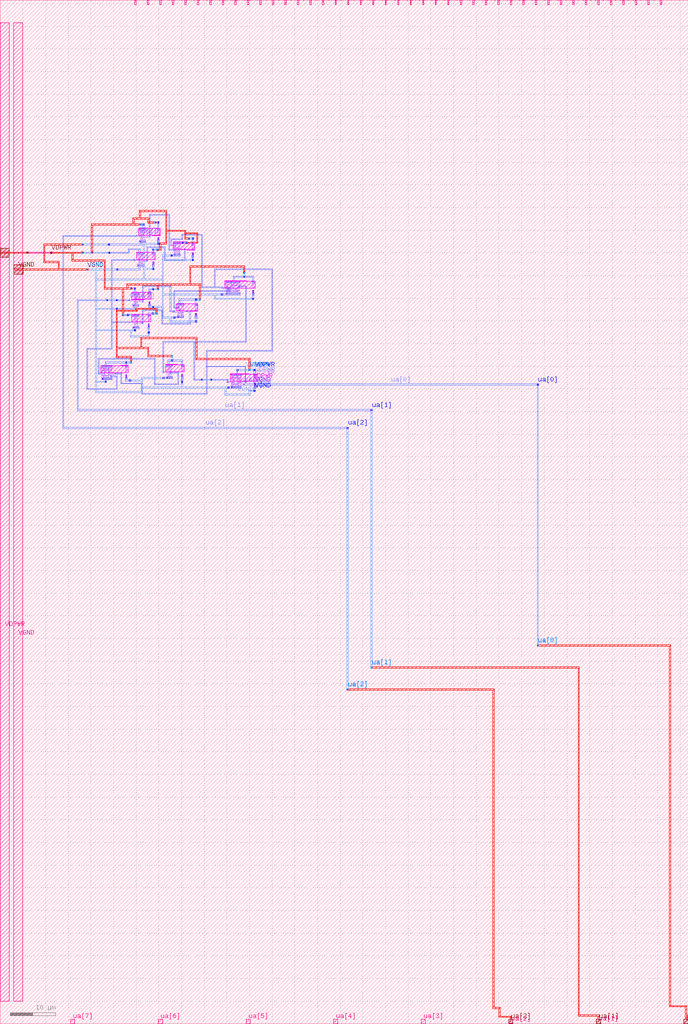
<source format=lef>
VERSION 5.7 ;
  NOWIREEXTENSIONATPIN ON ;
  DIVIDERCHAR "/" ;
  BUSBITCHARS "[]" ;
MACRO tt_um_test_9
  CLASS BLOCK ;
  FOREIGN tt_um_test_9 ;
  ORIGIN 0.030 0.000 ;
  SIZE 151.740 BY 225.760 ;
  PIN clk
    DIRECTION INPUT ;
    PORT
      LAYER met4 ;
        RECT 142.830 224.760 143.130 225.760 ;
    END
  END clk
  PIN ena
    DIRECTION INPUT ;
    PORT
      LAYER met4 ;
        RECT 145.590 224.760 145.890 225.760 ;
    END
  END ena
  PIN rst_n
    DIRECTION INPUT ;
    PORT
      LAYER met4 ;
        RECT 140.070 224.760 140.370 225.760 ;
    END
  END rst_n
  PIN ua[0]
    DIRECTION INOUT ;
    ANTENNADIFFAREA 0.445500 ;
    PORT
      LAYER li1 ;
        RECT 52.520 142.525 53.115 142.865 ;
        RECT 52.520 141.205 52.695 142.525 ;
        RECT 52.520 141.100 53.115 141.205 ;
        RECT 52.520 140.800 53.900 141.100 ;
        RECT 52.520 140.655 53.115 140.800 ;
      LAYER mcon ;
        RECT 53.630 140.830 53.870 141.070 ;
      LAYER met1 ;
        RECT 53.570 140.800 118.730 141.100 ;
      LAYER via ;
        RECT 118.400 140.800 118.700 141.100 ;
      LAYER met2 ;
        RECT 118.400 83.300 118.700 141.130 ;
        RECT 118.410 83.265 118.690 83.300 ;
      LAYER via2 ;
        RECT 118.410 83.310 118.690 83.590 ;
      LAYER met3 ;
        RECT 118.385 83.600 118.715 83.615 ;
        RECT 118.385 83.300 147.900 83.600 ;
        RECT 118.385 83.285 118.715 83.300 ;
        RECT 147.600 4.000 147.900 83.300 ;
        RECT 147.600 3.700 151.400 4.000 ;
        RECT 151.100 0.980 151.400 3.700 ;
        RECT 150.800 0.020 151.700 0.980 ;
      LAYER via3 ;
        RECT 150.800 0.050 151.700 0.950 ;
      LAYER met4 ;
        RECT 150.810 0.955 151.710 1.000 ;
        RECT 150.795 0.045 151.710 0.955 ;
        RECT 150.810 0.000 151.710 0.045 ;
    END
  END ua[0]
  PIN ua[1]
    DIRECTION INOUT ;
    ANTENNAGATEAREA 0.247500 ;
    PORT
      LAYER li1 ;
        RECT 29.520 159.700 29.850 159.715 ;
        RECT 28.350 159.500 29.850 159.700 ;
        RECT 29.520 159.475 29.850 159.500 ;
      LAYER mcon ;
        RECT 28.365 159.515 28.535 159.685 ;
      LAYER met1 ;
        RECT 23.470 159.700 23.730 159.760 ;
        RECT 16.950 159.500 23.730 159.700 ;
        RECT 16.950 135.500 17.250 159.500 ;
        RECT 23.470 159.440 23.730 159.500 ;
        RECT 25.570 159.700 25.830 159.760 ;
        RECT 28.305 159.700 28.595 159.715 ;
        RECT 25.570 159.500 28.595 159.700 ;
        RECT 25.570 159.440 25.830 159.500 ;
        RECT 28.305 159.485 28.595 159.500 ;
        RECT 16.950 135.200 82.080 135.500 ;
      LAYER via ;
        RECT 23.470 159.470 23.730 159.730 ;
        RECT 25.570 159.470 25.830 159.730 ;
        RECT 81.750 135.200 82.050 135.500 ;
      LAYER met2 ;
        RECT 23.440 159.700 23.760 159.730 ;
        RECT 25.540 159.700 25.860 159.730 ;
        RECT 23.440 159.500 25.860 159.700 ;
        RECT 23.440 159.470 23.760 159.500 ;
        RECT 25.540 159.470 25.860 159.500 ;
        RECT 81.750 78.450 82.050 135.530 ;
        RECT 81.760 78.415 82.040 78.450 ;
      LAYER via2 ;
        RECT 81.760 78.460 82.040 78.740 ;
      LAYER met3 ;
        RECT 81.735 78.750 82.065 78.765 ;
        RECT 81.735 78.450 127.750 78.750 ;
        RECT 81.735 78.435 82.065 78.450 ;
        RECT 127.450 1.950 127.750 78.450 ;
        RECT 127.450 1.650 132.100 1.950 ;
        RECT 131.800 0.980 132.100 1.650 ;
        RECT 131.500 0.020 132.400 0.980 ;
      LAYER via3 ;
        RECT 131.500 0.050 132.400 0.950 ;
      LAYER met4 ;
        RECT 131.490 0.955 132.390 1.000 ;
        RECT 131.490 0.045 132.405 0.955 ;
        RECT 131.490 0.000 132.390 0.045 ;
    END
  END ua[1]
  PIN ua[2]
    DIRECTION INOUT ;
    ANTENNAGATEAREA 0.247500 ;
    PORT
      LAYER li1 ;
        RECT 31.020 173.850 31.350 173.865 ;
        RECT 30.000 173.650 31.350 173.850 ;
        RECT 31.020 173.625 31.350 173.650 ;
      LAYER mcon ;
        RECT 30.015 173.665 30.185 173.835 ;
      LAYER met1 ;
        RECT 29.955 173.850 30.245 173.865 ;
        RECT 13.750 173.650 30.245 173.850 ;
        RECT 13.750 131.550 14.050 173.650 ;
        RECT 29.955 173.635 30.245 173.650 ;
        RECT 13.750 131.250 76.780 131.550 ;
      LAYER via ;
        RECT 76.450 131.250 76.750 131.550 ;
      LAYER met2 ;
        RECT 76.450 73.600 76.750 131.580 ;
        RECT 76.460 73.565 76.740 73.600 ;
      LAYER via2 ;
        RECT 76.460 73.610 76.740 73.890 ;
      LAYER met3 ;
        RECT 76.435 73.900 76.765 73.915 ;
        RECT 76.435 73.600 108.900 73.900 ;
        RECT 76.435 73.585 76.765 73.600 ;
        RECT 108.600 3.600 108.900 73.600 ;
        RECT 108.600 3.300 110.250 3.600 ;
        RECT 109.950 1.700 110.250 3.300 ;
        RECT 109.950 1.400 112.750 1.700 ;
        RECT 112.450 1.030 112.750 1.400 ;
        RECT 112.150 0.070 113.050 1.030 ;
      LAYER via3 ;
        RECT 112.150 0.100 113.050 1.000 ;
      LAYER met4 ;
        RECT 112.145 1.000 113.055 1.005 ;
        RECT 112.145 0.095 113.070 1.000 ;
        RECT 112.170 0.000 113.070 0.095 ;
    END
  END ua[2]
  PIN ua[3]
    DIRECTION INOUT ;
    PORT
      LAYER met4 ;
        RECT 92.850 0.000 93.750 1.000 ;
    END
  END ua[3]
  PIN ua[4]
    DIRECTION INOUT ;
    PORT
      LAYER met4 ;
        RECT 73.530 0.000 74.430 1.000 ;
    END
  END ua[4]
  PIN ua[5]
    DIRECTION INOUT ;
    PORT
      LAYER met4 ;
        RECT 54.210 0.000 55.110 1.000 ;
    END
  END ua[5]
  PIN ua[6]
    DIRECTION INOUT ;
    PORT
      LAYER met4 ;
        RECT 34.890 0.000 35.790 1.000 ;
    END
  END ua[6]
  PIN ua[7]
    DIRECTION INOUT ;
    PORT
      LAYER met4 ;
        RECT 15.570 0.000 16.470 1.000 ;
    END
  END ua[7]
  PIN ui_in[0]
    DIRECTION INPUT ;
    PORT
      LAYER met4 ;
        RECT 137.310 224.760 137.610 225.760 ;
    END
  END ui_in[0]
  PIN ui_in[1]
    DIRECTION INPUT ;
    PORT
      LAYER met4 ;
        RECT 134.550 224.760 134.850 225.760 ;
    END
  END ui_in[1]
  PIN ui_in[2]
    DIRECTION INPUT ;
    PORT
      LAYER met4 ;
        RECT 131.790 224.760 132.090 225.760 ;
    END
  END ui_in[2]
  PIN ui_in[3]
    DIRECTION INPUT ;
    PORT
      LAYER met4 ;
        RECT 129.030 224.760 129.330 225.760 ;
    END
  END ui_in[3]
  PIN ui_in[4]
    DIRECTION INPUT ;
    PORT
      LAYER met4 ;
        RECT 126.270 224.760 126.570 225.760 ;
    END
  END ui_in[4]
  PIN ui_in[5]
    DIRECTION INPUT ;
    PORT
      LAYER met4 ;
        RECT 123.510 224.760 123.810 225.760 ;
    END
  END ui_in[5]
  PIN ui_in[6]
    DIRECTION INPUT ;
    PORT
      LAYER met4 ;
        RECT 120.750 224.760 121.050 225.760 ;
    END
  END ui_in[6]
  PIN ui_in[7]
    DIRECTION INPUT ;
    PORT
      LAYER met4 ;
        RECT 117.990 224.760 118.290 225.760 ;
    END
  END ui_in[7]
  PIN uio_in[0]
    DIRECTION INPUT ;
    PORT
      LAYER met4 ;
        RECT 115.230 224.760 115.530 225.760 ;
    END
  END uio_in[0]
  PIN uio_in[1]
    DIRECTION INPUT ;
    PORT
      LAYER met4 ;
        RECT 112.470 224.760 112.770 225.760 ;
    END
  END uio_in[1]
  PIN uio_in[2]
    DIRECTION INPUT ;
    PORT
      LAYER met4 ;
        RECT 109.710 224.760 110.010 225.760 ;
    END
  END uio_in[2]
  PIN uio_in[3]
    DIRECTION INPUT ;
    PORT
      LAYER met4 ;
        RECT 106.950 224.760 107.250 225.760 ;
    END
  END uio_in[3]
  PIN uio_in[4]
    DIRECTION INPUT ;
    PORT
      LAYER met4 ;
        RECT 104.190 224.760 104.490 225.760 ;
    END
  END uio_in[4]
  PIN uio_in[5]
    DIRECTION INPUT ;
    PORT
      LAYER met4 ;
        RECT 101.430 224.760 101.730 225.760 ;
    END
  END uio_in[5]
  PIN uio_in[6]
    DIRECTION INPUT ;
    PORT
      LAYER met4 ;
        RECT 98.670 224.760 98.970 225.760 ;
    END
  END uio_in[6]
  PIN uio_in[7]
    DIRECTION INPUT ;
    PORT
      LAYER met4 ;
        RECT 95.910 224.760 96.210 225.760 ;
    END
  END uio_in[7]
  PIN uio_oe[0]
    DIRECTION OUTPUT TRISTATE ;
    PORT
      LAYER met4 ;
        RECT 48.990 224.760 49.290 225.760 ;
    END
  END uio_oe[0]
  PIN uio_oe[1]
    DIRECTION OUTPUT TRISTATE ;
    PORT
      LAYER met4 ;
        RECT 46.230 224.760 46.530 225.760 ;
    END
  END uio_oe[1]
  PIN uio_oe[2]
    DIRECTION OUTPUT TRISTATE ;
    PORT
      LAYER met4 ;
        RECT 43.470 224.760 43.770 225.760 ;
    END
  END uio_oe[2]
  PIN uio_oe[3]
    DIRECTION OUTPUT TRISTATE ;
    PORT
      LAYER met4 ;
        RECT 40.710 224.760 41.010 225.760 ;
    END
  END uio_oe[3]
  PIN uio_oe[4]
    DIRECTION OUTPUT TRISTATE ;
    PORT
      LAYER met4 ;
        RECT 37.950 224.760 38.250 225.760 ;
    END
  END uio_oe[4]
  PIN uio_oe[5]
    DIRECTION OUTPUT TRISTATE ;
    PORT
      LAYER met4 ;
        RECT 35.190 224.760 35.490 225.760 ;
    END
  END uio_oe[5]
  PIN uio_oe[6]
    DIRECTION OUTPUT TRISTATE ;
    PORT
      LAYER met4 ;
        RECT 32.430 224.760 32.730 225.760 ;
    END
  END uio_oe[6]
  PIN uio_oe[7]
    DIRECTION OUTPUT TRISTATE ;
    PORT
      LAYER met4 ;
        RECT 29.670 224.760 29.970 225.760 ;
    END
  END uio_oe[7]
  PIN uio_out[0]
    DIRECTION OUTPUT TRISTATE ;
    PORT
      LAYER met4 ;
        RECT 71.070 224.760 71.370 225.760 ;
    END
  END uio_out[0]
  PIN uio_out[1]
    DIRECTION OUTPUT TRISTATE ;
    PORT
      LAYER met4 ;
        RECT 68.310 224.760 68.610 225.760 ;
    END
  END uio_out[1]
  PIN uio_out[2]
    DIRECTION OUTPUT TRISTATE ;
    PORT
      LAYER met4 ;
        RECT 65.550 224.760 65.850 225.760 ;
    END
  END uio_out[2]
  PIN uio_out[3]
    DIRECTION OUTPUT TRISTATE ;
    PORT
      LAYER met4 ;
        RECT 62.790 224.760 63.090 225.760 ;
    END
  END uio_out[3]
  PIN uio_out[4]
    DIRECTION OUTPUT TRISTATE ;
    PORT
      LAYER met4 ;
        RECT 60.030 224.760 60.330 225.760 ;
    END
  END uio_out[4]
  PIN uio_out[5]
    DIRECTION OUTPUT TRISTATE ;
    PORT
      LAYER met4 ;
        RECT 57.270 224.760 57.570 225.760 ;
    END
  END uio_out[5]
  PIN uio_out[6]
    DIRECTION OUTPUT TRISTATE ;
    PORT
      LAYER met4 ;
        RECT 54.510 224.760 54.810 225.760 ;
    END
  END uio_out[6]
  PIN uio_out[7]
    DIRECTION OUTPUT TRISTATE ;
    PORT
      LAYER met4 ;
        RECT 51.750 224.760 52.050 225.760 ;
    END
  END uio_out[7]
  PIN uo_out[0]
    DIRECTION OUTPUT TRISTATE ;
    PORT
      LAYER met4 ;
        RECT 93.150 224.760 93.450 225.760 ;
    END
  END uo_out[0]
  PIN uo_out[1]
    DIRECTION OUTPUT TRISTATE ;
    PORT
      LAYER met4 ;
        RECT 90.390 224.760 90.690 225.760 ;
    END
  END uo_out[1]
  PIN uo_out[2]
    DIRECTION OUTPUT TRISTATE ;
    PORT
      LAYER met4 ;
        RECT 87.630 224.760 87.930 225.760 ;
    END
  END uo_out[2]
  PIN uo_out[3]
    DIRECTION OUTPUT TRISTATE ;
    PORT
      LAYER met4 ;
        RECT 84.870 224.760 85.170 225.760 ;
    END
  END uo_out[3]
  PIN uo_out[4]
    DIRECTION OUTPUT TRISTATE ;
    PORT
      LAYER met4 ;
        RECT 82.110 224.760 82.410 225.760 ;
    END
  END uo_out[4]
  PIN uo_out[5]
    DIRECTION OUTPUT TRISTATE ;
    PORT
      LAYER met4 ;
        RECT 79.350 224.760 79.650 225.760 ;
    END
  END uo_out[5]
  PIN uo_out[6]
    DIRECTION OUTPUT TRISTATE ;
    PORT
      LAYER met4 ;
        RECT 76.590 224.760 76.890 225.760 ;
    END
  END uo_out[6]
  PIN uo_out[7]
    DIRECTION OUTPUT TRISTATE ;
    PORT
      LAYER met4 ;
        RECT 73.830 224.760 74.130 225.760 ;
    END
  END uo_out[7]
  PIN VDPWR
    DIRECTION INOUT ;
    USE POWER ;
    PORT
      LAYER nwell ;
        RECT 30.510 175.450 33.550 175.460 ;
        RECT 30.510 173.855 35.290 175.450 ;
        RECT 33.530 173.845 35.290 173.855 ;
        RECT 38.110 172.160 41.150 172.460 ;
        RECT 38.110 170.855 42.900 172.160 ;
        RECT 41.130 170.555 42.900 170.855 ;
        RECT 30.060 170.150 32.650 170.160 ;
        RECT 30.060 168.555 34.190 170.150 ;
        RECT 32.630 168.545 34.190 168.555 ;
        RECT 49.500 163.800 54.400 163.850 ;
        RECT 49.500 162.245 56.190 163.800 ;
        RECT 54.330 162.195 56.190 162.245 ;
        RECT 31.630 161.310 33.340 161.350 ;
        RECT 29.010 159.745 33.340 161.310 ;
        RECT 29.010 159.705 31.750 159.745 ;
        RECT 38.860 158.800 41.900 158.810 ;
        RECT 38.860 157.205 43.590 158.800 ;
        RECT 41.880 157.195 43.590 157.205 ;
        RECT 29.050 154.845 33.190 156.450 ;
        RECT 36.450 145.350 39.050 145.400 ;
        RECT 26.530 145.160 28.190 145.200 ;
        RECT 22.160 143.595 28.190 145.160 ;
        RECT 36.450 143.795 40.540 145.350 ;
        RECT 38.880 143.745 40.540 143.795 ;
        RECT 22.160 143.555 26.550 143.595 ;
        RECT 50.710 143.300 54.800 143.310 ;
        RECT 50.710 141.705 56.540 143.300 ;
        RECT 54.780 141.695 56.540 141.705 ;
      LAYER li1 ;
        RECT 30.700 175.185 32.080 175.355 ;
        RECT 31.040 174.045 31.250 175.185 ;
        RECT 34.640 175.175 35.100 175.345 ;
        RECT 34.725 174.010 35.015 175.175 ;
        RECT 38.300 172.185 39.680 172.355 ;
        RECT 39.255 171.045 39.585 172.185 ;
        RECT 42.250 171.885 42.710 172.055 ;
        RECT 42.335 170.720 42.625 171.885 ;
        RECT 30.250 169.885 31.630 170.055 ;
        RECT 30.590 168.745 30.800 169.885 ;
        RECT 33.540 169.875 34.000 170.045 ;
        RECT 33.625 168.710 33.915 169.875 ;
        RECT 49.690 163.575 52.910 163.745 ;
        RECT 50.745 162.725 50.915 163.575 ;
        RECT 51.585 163.065 51.755 163.575 ;
        RECT 55.540 163.525 56.000 163.695 ;
        RECT 55.625 162.360 55.915 163.525 ;
        RECT 29.200 161.035 30.580 161.205 ;
        RECT 32.690 161.075 33.150 161.245 ;
        RECT 29.540 159.895 29.750 161.035 ;
        RECT 32.775 159.910 33.065 161.075 ;
        RECT 39.050 158.535 40.430 158.705 ;
        RECT 40.005 157.395 40.335 158.535 ;
        RECT 42.940 158.525 43.400 158.695 ;
        RECT 43.025 157.360 43.315 158.525 ;
        RECT 29.240 156.175 30.620 156.345 ;
        RECT 32.540 156.175 33.000 156.345 ;
        RECT 29.580 155.035 29.790 156.175 ;
        RECT 32.625 155.010 32.915 156.175 ;
        RECT 36.640 145.125 38.020 145.295 ;
        RECT 22.350 144.885 24.650 145.055 ;
        RECT 27.540 144.925 28.000 145.095 ;
        RECT 22.865 144.485 23.800 144.885 ;
        RECT 27.625 143.760 27.915 144.925 ;
        RECT 36.980 143.985 37.190 145.125 ;
        RECT 39.890 145.075 40.350 145.245 ;
        RECT 39.975 143.910 40.265 145.075 ;
        RECT 50.900 143.035 53.200 143.205 ;
        RECT 51.415 142.635 52.350 143.035 ;
        RECT 55.890 143.025 56.350 143.195 ;
        RECT 55.975 141.860 56.265 143.025 ;
      LAYER mcon ;
        RECT 30.845 175.185 31.015 175.355 ;
        RECT 31.305 175.185 31.475 175.355 ;
        RECT 31.765 175.185 31.935 175.355 ;
        RECT 34.785 175.175 34.955 175.345 ;
        RECT 38.445 172.185 38.615 172.355 ;
        RECT 38.905 172.185 39.075 172.355 ;
        RECT 39.365 172.185 39.535 172.355 ;
        RECT 42.395 171.885 42.565 172.055 ;
        RECT 30.395 169.885 30.565 170.055 ;
        RECT 30.855 169.885 31.025 170.055 ;
        RECT 31.315 169.885 31.485 170.055 ;
        RECT 33.685 169.875 33.855 170.045 ;
        RECT 49.835 163.575 50.005 163.745 ;
        RECT 50.295 163.575 50.465 163.745 ;
        RECT 50.755 163.575 50.925 163.745 ;
        RECT 51.215 163.575 51.385 163.745 ;
        RECT 51.675 163.575 51.845 163.745 ;
        RECT 52.135 163.575 52.305 163.745 ;
        RECT 52.595 163.575 52.765 163.745 ;
        RECT 55.685 163.525 55.855 163.695 ;
        RECT 29.345 161.035 29.515 161.205 ;
        RECT 29.805 161.035 29.975 161.205 ;
        RECT 30.265 161.035 30.435 161.205 ;
        RECT 32.835 161.075 33.005 161.245 ;
        RECT 39.195 158.535 39.365 158.705 ;
        RECT 39.655 158.535 39.825 158.705 ;
        RECT 40.115 158.535 40.285 158.705 ;
        RECT 43.085 158.525 43.255 158.695 ;
        RECT 29.385 156.175 29.555 156.345 ;
        RECT 29.845 156.175 30.015 156.345 ;
        RECT 30.305 156.175 30.475 156.345 ;
        RECT 32.685 156.175 32.855 156.345 ;
        RECT 36.785 145.125 36.955 145.295 ;
        RECT 37.245 145.125 37.415 145.295 ;
        RECT 37.705 145.125 37.875 145.295 ;
        RECT 22.495 144.885 22.665 145.055 ;
        RECT 22.955 144.885 23.125 145.055 ;
        RECT 23.415 144.885 23.585 145.055 ;
        RECT 23.875 144.885 24.045 145.055 ;
        RECT 24.335 144.885 24.505 145.055 ;
        RECT 27.685 144.925 27.855 145.095 ;
        RECT 40.035 145.075 40.205 145.245 ;
        RECT 51.045 143.035 51.215 143.205 ;
        RECT 51.505 143.035 51.675 143.205 ;
        RECT 51.965 143.035 52.135 143.205 ;
        RECT 52.425 143.035 52.595 143.205 ;
        RECT 52.885 143.035 53.055 143.205 ;
        RECT 56.035 143.025 56.205 143.195 ;
      LAYER met1 ;
        RECT 31.460 176.395 31.750 176.430 ;
        RECT 31.460 176.070 31.765 176.395 ;
        RECT 31.475 175.510 31.765 176.070 ;
        RECT 30.700 175.030 32.080 175.510 ;
        RECT 34.700 175.500 35.000 176.880 ;
        RECT 34.640 175.020 35.100 175.500 ;
        RECT 42.350 173.300 42.650 173.330 ;
        RECT 42.345 172.970 42.650 173.300 ;
        RECT 38.300 172.400 39.680 172.510 ;
        RECT 40.100 172.400 40.400 172.430 ;
        RECT 38.300 172.100 40.400 172.400 ;
        RECT 42.345 172.210 42.645 172.970 ;
        RECT 38.300 172.030 39.680 172.100 ;
        RECT 40.100 172.070 40.400 172.100 ;
        RECT 42.250 171.730 42.710 172.210 ;
        RECT 28.205 170.655 30.855 170.945 ;
        RECT 23.910 170.195 24.200 170.230 ;
        RECT 28.205 170.195 28.495 170.655 ;
        RECT 30.565 170.210 30.855 170.655 ;
        RECT 23.905 169.905 28.495 170.195 ;
        RECT 23.910 169.870 24.200 169.905 ;
        RECT 30.250 169.730 31.630 170.210 ;
        RECT 33.600 170.200 33.895 170.880 ;
        RECT 33.540 169.720 34.000 170.200 ;
        RECT 54.750 164.895 55.900 164.900 ;
        RECT 51.385 164.605 55.900 164.895 ;
        RECT 51.385 163.900 51.675 164.605 ;
        RECT 53.620 164.600 53.980 164.605 ;
        RECT 54.750 164.595 55.900 164.605 ;
        RECT 49.690 163.420 52.910 163.900 ;
        RECT 55.595 163.850 55.900 164.595 ;
        RECT 55.540 163.370 56.000 163.850 ;
        RECT 29.510 162.345 29.800 162.380 ;
        RECT 29.510 162.020 29.805 162.345 ;
        RECT 33.600 162.145 33.895 162.180 ;
        RECT 29.515 161.360 29.805 162.020 ;
        RECT 32.750 161.850 33.895 162.145 ;
        RECT 32.750 161.400 33.045 161.850 ;
        RECT 33.600 161.820 33.895 161.850 ;
        RECT 29.200 160.880 30.580 161.360 ;
        RECT 32.690 160.920 33.150 161.400 ;
        RECT 43.000 159.900 43.300 159.930 ;
        RECT 39.500 159.895 43.300 159.900 ;
        RECT 39.365 159.600 43.300 159.895 ;
        RECT 39.365 158.860 39.655 159.600 ;
        RECT 39.050 158.380 40.430 158.860 ;
        RECT 43.000 158.850 43.300 159.600 ;
        RECT 42.940 158.370 43.400 158.850 ;
        RECT 33.500 156.800 33.800 156.830 ;
        RECT 28.060 156.500 28.350 156.530 ;
        RECT 32.650 156.500 33.800 156.800 ;
        RECT 28.055 156.210 30.620 156.500 ;
        RECT 28.060 156.170 28.350 156.210 ;
        RECT 29.240 156.020 30.620 156.210 ;
        RECT 32.540 156.020 33.000 156.500 ;
        RECT 33.500 156.470 33.800 156.500 ;
        RECT 37.720 146.400 38.085 146.405 ;
        RECT 37.000 146.395 40.250 146.400 ;
        RECT 36.955 146.095 40.250 146.395 ;
        RECT 27.650 146.000 27.955 146.035 ;
        RECT 27.645 145.995 27.955 146.000 ;
        RECT 23.125 145.705 27.955 145.995 ;
        RECT 23.125 145.210 23.415 145.705 ;
        RECT 27.645 145.670 27.955 145.705 ;
        RECT 27.645 145.250 27.950 145.670 ;
        RECT 36.955 145.450 37.245 146.095 ;
        RECT 22.350 144.730 24.650 145.210 ;
        RECT 27.540 144.770 28.000 145.250 ;
        RECT 36.640 144.970 38.020 145.450 ;
        RECT 39.945 145.400 40.250 146.095 ;
        RECT 39.890 144.920 40.350 145.400 ;
        RECT 52.150 144.345 52.440 144.380 ;
        RECT 52.135 144.020 52.440 144.345 ;
        RECT 52.135 143.360 52.425 144.020 ;
        RECT 50.900 142.880 53.200 143.360 ;
        RECT 55.950 143.350 56.250 144.380 ;
        RECT 55.890 142.870 56.350 143.350 ;
      LAYER via ;
        RECT 34.700 176.550 35.000 176.850 ;
        RECT 31.460 176.100 31.750 176.400 ;
        RECT 42.350 173.000 42.650 173.300 ;
        RECT 40.100 172.100 40.400 172.400 ;
        RECT 23.910 169.900 24.200 170.200 ;
        RECT 33.600 170.550 33.895 170.850 ;
        RECT 53.650 164.600 53.950 164.890 ;
        RECT 29.510 162.050 29.800 162.350 ;
        RECT 33.600 161.850 33.895 162.150 ;
        RECT 43.000 159.600 43.300 159.900 ;
        RECT 33.500 156.500 33.800 156.800 ;
        RECT 28.060 156.200 28.350 156.500 ;
        RECT 37.750 146.100 38.055 146.405 ;
        RECT 27.650 145.700 27.955 146.005 ;
        RECT 52.150 144.050 52.440 144.350 ;
        RECT 55.950 144.050 56.250 144.350 ;
      LAYER met2 ;
        RECT 34.060 176.850 34.340 176.885 ;
        RECT 34.050 176.550 35.030 176.850 ;
        RECT 34.060 176.515 34.340 176.550 ;
        RECT 30.760 176.400 31.040 176.435 ;
        RECT 30.750 176.100 31.780 176.400 ;
        RECT 30.760 176.065 31.040 176.100 ;
        RECT 41.510 173.300 41.790 173.335 ;
        RECT 41.500 173.000 42.680 173.300 ;
        RECT 41.510 172.965 41.790 173.000 ;
        RECT 41.010 172.400 41.290 172.435 ;
        RECT 40.070 172.100 41.290 172.400 ;
        RECT 41.010 172.065 41.290 172.100 ;
        RECT 34.560 170.850 34.840 170.885 ;
        RECT 33.570 170.550 34.850 170.850 ;
        RECT 34.560 170.515 34.840 170.550 ;
        RECT 17.960 170.200 18.240 170.235 ;
        RECT 17.950 169.900 24.230 170.200 ;
        RECT 17.960 169.865 18.240 169.900 ;
        RECT 53.650 165.790 53.950 165.800 ;
        RECT 53.615 165.510 53.985 165.790 ;
        RECT 53.650 164.570 53.950 165.510 ;
        RECT 28.760 162.350 29.040 162.385 ;
        RECT 28.750 162.050 29.830 162.350 ;
        RECT 33.570 162.140 34.950 162.150 ;
        RECT 28.760 162.015 29.040 162.050 ;
        RECT 33.570 161.860 34.985 162.140 ;
        RECT 33.570 161.850 34.950 161.860 ;
        RECT 42.970 159.890 44.200 159.900 ;
        RECT 42.970 159.610 44.235 159.890 ;
        RECT 42.970 159.600 44.200 159.610 ;
        RECT 33.470 156.790 34.650 156.800 ;
        RECT 33.470 156.510 34.685 156.790 ;
        RECT 33.470 156.500 34.650 156.510 ;
        RECT 26.900 156.490 28.380 156.500 ;
        RECT 26.865 156.210 28.380 156.490 ;
        RECT 26.900 156.200 28.380 156.210 ;
        RECT 37.760 147.400 38.040 147.435 ;
        RECT 37.750 146.435 38.050 147.400 ;
        RECT 37.750 146.070 38.055 146.435 ;
        RECT 27.620 146.000 27.985 146.005 ;
        RECT 27.620 145.990 29.000 146.000 ;
        RECT 27.620 145.710 29.035 145.990 ;
        RECT 27.620 145.700 29.000 145.710 ;
        RECT 52.120 144.050 56.280 144.350 ;
      LAYER via2 ;
        RECT 34.060 176.560 34.340 176.840 ;
        RECT 30.760 176.110 31.040 176.390 ;
        RECT 41.510 173.010 41.790 173.290 ;
        RECT 41.010 172.110 41.290 172.390 ;
        RECT 34.560 170.560 34.840 170.840 ;
        RECT 17.960 169.910 18.240 170.190 ;
        RECT 20.060 169.910 20.340 170.190 ;
        RECT 53.660 165.510 53.940 165.790 ;
        RECT 28.760 162.060 29.040 162.340 ;
        RECT 34.660 161.860 34.940 162.140 ;
        RECT 43.910 159.610 44.190 159.890 ;
        RECT 34.360 156.510 34.640 156.790 ;
        RECT 26.910 156.210 27.190 156.490 ;
        RECT 37.760 147.110 38.040 147.390 ;
        RECT 28.710 145.710 28.990 145.990 ;
        RECT 54.860 144.060 55.140 144.340 ;
      LAYER met3 ;
        RECT 30.650 179.100 36.750 179.400 ;
        RECT 30.650 177.750 30.950 179.100 ;
        RECT 29.250 177.450 32.850 177.750 ;
        RECT 29.250 176.400 29.550 177.450 ;
        RECT 32.550 176.850 32.850 177.450 ;
        RECT 34.035 176.850 34.365 176.865 ;
        RECT 32.550 176.550 34.365 176.850 ;
        RECT 34.035 176.535 34.365 176.550 ;
        RECT 30.735 176.400 31.065 176.415 ;
        RECT 20.050 176.100 31.065 176.400 ;
        RECT -0.030 170.200 2.030 171.050 ;
        RECT 5.810 170.200 6.190 170.210 ;
        RECT -0.030 169.900 6.190 170.200 ;
        RECT -0.030 169.050 2.030 169.900 ;
        RECT 5.810 169.890 6.190 169.900 ;
        RECT 11.090 170.200 11.410 170.240 ;
        RECT 20.050 170.215 20.350 176.100 ;
        RECT 30.735 176.085 31.065 176.100 ;
        RECT 36.450 175.050 36.750 179.100 ;
        RECT 36.450 174.750 40.950 175.050 ;
        RECT 36.450 172.200 36.750 174.750 ;
        RECT 40.650 174.500 40.950 174.750 ;
        RECT 40.650 174.200 43.600 174.500 ;
        RECT 40.650 173.300 40.950 174.200 ;
        RECT 41.485 173.300 41.815 173.315 ;
        RECT 40.650 173.000 41.815 173.300 ;
        RECT 41.485 172.985 41.815 173.000 ;
        RECT 35.200 171.900 36.750 172.200 ;
        RECT 40.985 172.400 41.315 172.415 ;
        RECT 43.300 172.400 43.600 174.200 ;
        RECT 40.985 172.100 43.600 172.400 ;
        RECT 40.985 172.085 41.315 172.100 ;
        RECT 34.535 170.850 34.865 170.865 ;
        RECT 35.200 170.850 35.500 171.900 ;
        RECT 34.535 170.550 35.500 170.850 ;
        RECT 34.535 170.535 34.865 170.550 ;
        RECT 17.935 170.200 18.265 170.215 ;
        RECT 11.090 169.900 18.265 170.200 ;
        RECT 11.090 169.860 11.410 169.900 ;
        RECT 15.750 168.500 16.050 169.900 ;
        RECT 17.935 169.885 18.265 169.900 ;
        RECT 20.035 169.885 20.365 170.215 ;
        RECT 15.750 168.200 23.200 168.500 ;
        RECT 22.900 162.350 23.200 168.200 ;
        RECT 41.750 166.850 53.950 167.150 ;
        RECT 41.750 163.200 42.050 166.850 ;
        RECT 53.650 165.815 53.950 166.850 ;
        RECT 53.635 165.485 53.965 165.815 ;
        RECT 27.950 162.900 44.200 163.200 ;
        RECT 27.950 162.350 28.250 162.900 ;
        RECT 28.735 162.350 29.065 162.365 ;
        RECT 22.900 162.050 29.065 162.350 ;
        RECT 34.650 162.165 34.950 162.900 ;
        RECT 26.900 157.400 27.200 162.050 ;
        RECT 28.735 162.035 29.065 162.050 ;
        RECT 34.635 161.835 34.965 162.165 ;
        RECT 43.900 159.915 44.200 162.900 ;
        RECT 43.885 159.585 44.215 159.915 ;
        RECT 29.900 157.550 34.650 157.850 ;
        RECT 29.900 157.400 30.200 157.550 ;
        RECT 25.550 157.100 30.200 157.400 ;
        RECT 25.550 149.150 25.850 157.100 ;
        RECT 26.900 156.515 27.200 157.100 ;
        RECT 34.350 156.815 34.650 157.550 ;
        RECT 26.885 156.185 27.215 156.515 ;
        RECT 34.335 156.485 34.665 156.815 ;
        RECT 30.950 151.100 43.450 151.400 ;
        RECT 30.950 149.150 31.250 151.100 ;
        RECT 25.550 148.850 32.800 149.150 ;
        RECT 25.550 147.200 25.850 148.850 ;
        RECT 32.500 147.400 32.800 148.850 ;
        RECT 37.735 147.400 38.065 147.415 ;
        RECT 25.550 146.900 29.000 147.200 ;
        RECT 32.500 147.100 38.065 147.400 ;
        RECT 37.735 147.085 38.065 147.100 ;
        RECT 28.700 146.015 29.000 146.900 ;
        RECT 43.150 146.750 43.450 151.100 ;
        RECT 43.150 146.450 55.150 146.750 ;
        RECT 28.685 145.685 29.015 146.015 ;
        RECT 54.850 144.365 55.150 146.450 ;
        RECT 54.835 144.035 55.165 144.365 ;
      LAYER via3 ;
        RECT 0.000 169.050 2.000 171.050 ;
        RECT 5.840 169.890 6.160 170.210 ;
        RECT 11.090 169.890 11.410 170.210 ;
      LAYER met4 ;
        RECT 0.000 171.055 2.000 220.760 ;
        RECT -0.005 169.045 2.005 171.055 ;
        RECT 5.835 170.200 6.165 170.215 ;
        RECT 11.085 170.200 11.415 170.215 ;
        RECT 5.835 169.900 11.415 170.200 ;
        RECT 5.835 169.885 6.165 169.900 ;
        RECT 11.085 169.885 11.415 169.900 ;
        RECT 0.000 5.000 2.000 169.045 ;
    END
  END VDPWR
  PIN VGND
    DIRECTION INOUT ;
    USE GROUND ;
    PORT
      LAYER pwell ;
        RECT 34.785 172.860 34.955 173.385 ;
        RECT 42.395 169.570 42.565 170.095 ;
        RECT 33.685 167.560 33.855 168.085 ;
        RECT 55.685 161.210 55.855 161.735 ;
        RECT 32.835 158.760 33.005 159.285 ;
        RECT 43.085 156.210 43.255 156.735 ;
        RECT 32.685 153.860 32.855 154.385 ;
        RECT 27.685 142.610 27.855 143.135 ;
        RECT 40.035 142.760 40.205 143.285 ;
        RECT 56.035 140.710 56.205 141.235 ;
      LAYER li1 ;
        RECT 31.020 172.635 31.250 173.455 ;
        RECT 30.700 172.465 32.080 172.635 ;
        RECT 34.725 172.625 35.015 173.350 ;
        RECT 34.640 172.455 35.100 172.625 ;
        RECT 38.405 169.635 38.645 170.445 ;
        RECT 39.315 169.635 39.585 170.445 ;
        RECT 38.300 169.465 39.680 169.635 ;
        RECT 42.335 169.335 42.625 170.060 ;
        RECT 42.250 169.165 42.710 169.335 ;
        RECT 30.570 167.335 30.800 168.155 ;
        RECT 30.250 167.165 31.630 167.335 ;
        RECT 33.625 167.325 33.915 168.050 ;
        RECT 33.540 167.155 34.000 167.325 ;
        RECT 49.825 161.025 50.155 161.415 ;
        RECT 50.665 161.025 50.995 161.415 ;
        RECT 52.535 161.025 52.825 161.860 ;
        RECT 49.690 160.855 52.910 161.025 ;
        RECT 55.625 160.975 55.915 161.700 ;
        RECT 55.540 160.805 56.000 160.975 ;
        RECT 29.520 158.485 29.750 159.305 ;
        RECT 32.775 158.525 33.065 159.250 ;
        RECT 29.200 158.315 30.580 158.485 ;
        RECT 32.690 158.355 33.150 158.525 ;
        RECT 39.155 155.985 39.395 156.795 ;
        RECT 40.065 155.985 40.335 156.795 ;
        RECT 39.050 155.815 40.430 155.985 ;
        RECT 43.025 155.975 43.315 156.700 ;
        RECT 42.940 155.805 43.400 155.975 ;
        RECT 29.560 153.625 29.790 154.445 ;
        RECT 32.625 153.625 32.915 154.350 ;
        RECT 29.240 153.455 30.620 153.625 ;
        RECT 32.540 153.455 33.000 153.625 ;
        RECT 22.865 142.335 23.800 142.735 ;
        RECT 27.625 142.375 27.915 143.100 ;
        RECT 36.960 142.575 37.190 143.395 ;
        RECT 36.640 142.405 38.020 142.575 ;
        RECT 39.975 142.525 40.265 143.250 ;
        RECT 22.350 142.165 24.650 142.335 ;
        RECT 27.540 142.205 28.000 142.375 ;
        RECT 39.890 142.355 40.350 142.525 ;
        RECT 51.415 140.485 52.350 140.885 ;
        RECT 50.900 140.315 53.200 140.485 ;
        RECT 55.975 140.475 56.265 141.200 ;
        RECT 55.890 140.305 56.350 140.475 ;
      LAYER mcon ;
        RECT 30.845 172.465 31.015 172.635 ;
        RECT 31.305 172.465 31.475 172.635 ;
        RECT 31.765 172.465 31.935 172.635 ;
        RECT 34.785 172.455 34.955 172.625 ;
        RECT 38.445 169.465 38.615 169.635 ;
        RECT 38.905 169.465 39.075 169.635 ;
        RECT 39.365 169.465 39.535 169.635 ;
        RECT 42.395 169.165 42.565 169.335 ;
        RECT 30.395 167.165 30.565 167.335 ;
        RECT 30.855 167.165 31.025 167.335 ;
        RECT 31.315 167.165 31.485 167.335 ;
        RECT 33.685 167.155 33.855 167.325 ;
        RECT 49.835 160.855 50.005 161.025 ;
        RECT 50.295 160.855 50.465 161.025 ;
        RECT 50.755 160.855 50.925 161.025 ;
        RECT 51.215 160.855 51.385 161.025 ;
        RECT 51.675 160.855 51.845 161.025 ;
        RECT 52.135 160.855 52.305 161.025 ;
        RECT 52.595 160.855 52.765 161.025 ;
        RECT 55.685 160.805 55.855 160.975 ;
        RECT 29.345 158.315 29.515 158.485 ;
        RECT 29.805 158.315 29.975 158.485 ;
        RECT 30.265 158.315 30.435 158.485 ;
        RECT 32.835 158.355 33.005 158.525 ;
        RECT 39.195 155.815 39.365 155.985 ;
        RECT 39.655 155.815 39.825 155.985 ;
        RECT 40.115 155.815 40.285 155.985 ;
        RECT 43.085 155.805 43.255 155.975 ;
        RECT 29.385 153.455 29.555 153.625 ;
        RECT 29.845 153.455 30.015 153.625 ;
        RECT 30.305 153.455 30.475 153.625 ;
        RECT 32.685 153.455 32.855 153.625 ;
        RECT 36.785 142.405 36.955 142.575 ;
        RECT 37.245 142.405 37.415 142.575 ;
        RECT 37.705 142.405 37.875 142.575 ;
        RECT 22.495 142.165 22.665 142.335 ;
        RECT 22.955 142.165 23.125 142.335 ;
        RECT 23.415 142.165 23.585 142.335 ;
        RECT 23.875 142.165 24.045 142.335 ;
        RECT 24.335 142.165 24.505 142.335 ;
        RECT 27.685 142.205 27.855 142.375 ;
        RECT 40.035 142.355 40.205 142.525 ;
        RECT 51.045 140.315 51.215 140.485 ;
        RECT 51.505 140.315 51.675 140.485 ;
        RECT 51.965 140.315 52.135 140.485 ;
        RECT 52.425 140.315 52.595 140.485 ;
        RECT 52.885 140.315 53.055 140.485 ;
        RECT 56.035 140.305 56.205 140.475 ;
      LAYER met1 ;
        RECT 30.700 172.310 32.080 172.790 ;
        RECT 23.860 172.045 24.150 172.080 ;
        RECT 31.015 172.045 31.305 172.310 ;
        RECT 34.640 172.300 35.100 172.780 ;
        RECT 23.855 171.755 31.305 172.045 ;
        RECT 34.750 171.770 35.050 172.300 ;
        RECT 23.860 171.720 24.150 171.755 ;
        RECT 37.660 169.600 37.950 169.630 ;
        RECT 38.300 169.600 39.680 169.790 ;
        RECT 37.655 169.310 39.680 169.600 ;
        RECT 37.660 169.270 37.950 169.310 ;
        RECT 42.250 169.010 42.710 169.490 ;
        RECT 42.300 168.270 42.600 169.010 ;
        RECT 30.250 167.010 31.630 167.490 ;
        RECT 25.660 166.495 25.950 166.530 ;
        RECT 30.565 166.495 30.855 167.010 ;
        RECT 33.540 167.000 34.000 167.480 ;
        RECT 25.655 166.205 30.855 166.495 ;
        RECT 33.595 166.680 33.895 167.000 ;
        RECT 33.595 166.350 33.900 166.680 ;
        RECT 33.600 166.320 33.900 166.350 ;
        RECT 25.660 166.170 25.950 166.205 ;
        RECT 48.760 160.990 49.050 161.030 ;
        RECT 49.690 160.990 52.910 161.180 ;
        RECT 48.755 160.700 52.910 160.990 ;
        RECT 48.760 160.670 49.050 160.700 ;
        RECT 55.540 160.650 56.000 161.130 ;
        RECT 55.600 159.720 55.900 160.650 ;
        RECT 29.200 158.160 30.580 158.640 ;
        RECT 32.690 158.250 33.150 158.680 ;
        RECT 33.600 158.250 33.900 158.280 ;
        RECT 32.690 158.200 33.900 158.250 ;
        RECT 25.560 157.845 25.850 157.880 ;
        RECT 29.515 157.845 29.805 158.160 ;
        RECT 32.745 157.950 33.900 158.200 ;
        RECT 33.600 157.920 33.900 157.950 ;
        RECT 25.555 157.555 29.805 157.845 ;
        RECT 25.560 157.520 25.850 157.555 ;
        RECT 38.260 155.950 38.550 155.980 ;
        RECT 39.050 155.950 40.430 156.140 ;
        RECT 38.255 155.660 40.430 155.950 ;
        RECT 38.260 155.620 38.550 155.660 ;
        RECT 42.940 155.650 43.400 156.130 ;
        RECT 43.045 155.085 43.350 155.650 ;
        RECT 43.045 154.750 43.355 155.085 ;
        RECT 43.050 154.720 43.355 154.750 ;
        RECT 29.240 153.300 30.620 153.780 ;
        RECT 32.540 153.300 33.000 153.780 ;
        RECT 29.555 153.130 29.845 153.300 ;
        RECT 29.555 152.805 29.850 153.130 ;
        RECT 29.560 152.770 29.850 152.805 ;
        RECT 32.600 152.600 32.900 153.300 ;
        RECT 32.570 152.300 32.930 152.600 ;
        RECT 35.860 142.540 36.150 142.580 ;
        RECT 36.640 142.540 38.020 142.730 ;
        RECT 22.350 142.010 24.650 142.490 ;
        RECT 27.540 142.050 28.000 142.530 ;
        RECT 35.855 142.250 38.020 142.540 ;
        RECT 35.860 142.220 36.150 142.250 ;
        RECT 39.890 142.200 40.350 142.680 ;
        RECT 28.450 142.050 28.750 142.080 ;
        RECT 23.125 141.780 23.415 142.010 ;
        RECT 23.110 141.455 23.415 141.780 ;
        RECT 27.600 141.750 28.750 142.050 ;
        RECT 39.950 141.950 40.250 142.200 ;
        RECT 28.450 141.720 28.750 141.750 ;
        RECT 39.955 141.700 40.250 141.950 ;
        RECT 23.110 141.420 23.400 141.455 ;
        RECT 39.920 141.405 40.280 141.700 ;
        RECT 50.210 140.450 50.500 140.480 ;
        RECT 50.900 140.450 53.200 140.640 ;
        RECT 50.205 140.160 53.200 140.450 ;
        RECT 50.210 140.120 50.500 140.160 ;
        RECT 55.890 140.150 56.350 140.630 ;
        RECT 55.950 139.420 56.250 140.150 ;
      LAYER via ;
        RECT 23.860 171.750 24.150 172.050 ;
        RECT 34.750 171.800 35.050 172.100 ;
        RECT 37.660 169.300 37.950 169.600 ;
        RECT 42.300 168.300 42.600 168.600 ;
        RECT 25.660 166.200 25.950 166.500 ;
        RECT 33.600 166.350 33.900 166.650 ;
        RECT 48.760 160.700 49.050 161.000 ;
        RECT 55.600 159.750 55.900 160.050 ;
        RECT 25.560 157.550 25.850 157.850 ;
        RECT 33.600 157.950 33.900 158.250 ;
        RECT 38.260 155.650 38.550 155.950 ;
        RECT 43.050 154.750 43.355 155.055 ;
        RECT 29.560 152.800 29.850 153.100 ;
        RECT 32.600 152.300 32.900 152.600 ;
        RECT 35.860 142.250 36.150 142.550 ;
        RECT 28.450 141.750 28.750 142.050 ;
        RECT 23.110 141.450 23.400 141.750 ;
        RECT 39.950 141.405 40.250 141.700 ;
        RECT 50.210 140.150 50.500 140.450 ;
        RECT 55.950 139.450 56.250 139.750 ;
      LAYER met2 ;
        RECT 17.960 172.050 18.240 172.085 ;
        RECT 17.950 171.750 24.180 172.050 ;
        RECT 31.550 171.800 35.080 172.100 ;
        RECT 17.960 171.715 18.240 171.750 ;
        RECT 31.550 166.650 31.850 171.800 ;
        RECT 35.700 169.300 37.980 169.600 ;
        RECT 35.700 168.600 36.000 169.300 ;
        RECT 35.700 168.300 42.630 168.600 ;
        RECT 19.060 166.500 19.340 166.535 ;
        RECT 19.050 166.200 25.980 166.500 ;
        RECT 31.550 166.350 33.930 166.650 ;
        RECT 19.060 166.165 19.340 166.200 ;
        RECT 21.000 164.300 21.300 166.200 ;
        RECT 31.550 164.300 31.850 166.350 ;
        RECT 35.700 164.300 36.000 168.300 ;
        RECT 21.000 164.000 36.000 164.300 ;
        RECT 21.000 157.850 21.300 164.000 ;
        RECT 35.700 161.000 36.000 164.000 ;
        RECT 35.700 160.700 49.080 161.000 ;
        RECT 35.700 158.250 36.000 160.700 ;
        RECT 47.200 160.050 47.500 160.700 ;
        RECT 47.200 159.750 55.930 160.050 ;
        RECT 33.570 157.950 36.000 158.250 ;
        RECT 21.000 157.550 25.880 157.850 ;
        RECT 21.000 153.100 21.300 157.550 ;
        RECT 35.700 155.950 36.000 157.950 ;
        RECT 35.700 155.650 38.580 155.950 ;
        RECT 37.400 155.050 37.700 155.650 ;
        RECT 43.020 155.050 43.385 155.055 ;
        RECT 37.400 154.750 43.385 155.050 ;
        RECT 21.000 152.800 29.880 153.100 ;
        RECT 21.000 141.750 21.300 152.800 ;
        RECT 28.700 151.750 29.000 152.800 ;
        RECT 32.600 151.750 32.900 152.630 ;
        RECT 28.700 151.450 32.900 151.750 ;
        RECT 31.100 142.250 36.180 142.550 ;
        RECT 31.100 142.050 31.400 142.250 ;
        RECT 28.420 141.750 31.400 142.050 ;
        RECT 21.000 141.450 23.430 141.750 ;
        RECT 21.000 139.500 21.300 141.450 ;
        RECT 31.100 140.450 31.400 141.750 ;
        RECT 39.950 140.450 40.250 141.730 ;
        RECT 31.100 140.150 50.530 140.450 ;
        RECT 31.100 139.500 31.400 140.150 ;
        RECT 21.000 139.200 31.400 139.500 ;
        RECT 49.500 138.950 49.800 140.150 ;
        RECT 54.800 139.450 56.280 139.750 ;
        RECT 54.800 138.950 55.100 139.450 ;
        RECT 49.500 138.650 55.100 138.950 ;
      LAYER via2 ;
        RECT 17.960 171.760 18.240 172.040 ;
        RECT 19.060 166.210 19.340 166.490 ;
      LAYER met3 ;
        RECT 17.935 172.050 18.265 172.065 ;
        RECT 9.550 171.750 18.265 172.050 ;
        RECT 9.550 168.150 9.850 171.750 ;
        RECT 17.935 171.735 18.265 171.750 ;
        RECT 9.550 167.850 13.050 168.150 ;
        RECT 2.970 166.500 5.030 167.350 ;
        RECT 12.750 166.500 13.050 167.850 ;
        RECT 19.035 166.500 19.365 166.515 ;
        RECT 2.970 166.200 19.365 166.500 ;
        RECT 2.970 165.350 5.030 166.200 ;
        RECT 19.035 166.185 19.365 166.200 ;
      LAYER via3 ;
        RECT 3.000 165.350 5.000 167.350 ;
      LAYER met4 ;
        RECT 3.000 167.355 5.000 220.760 ;
        RECT 2.995 165.345 5.005 167.355 ;
        RECT 3.000 5.000 5.000 165.345 ;
    END
  END VGND
  OBS
      LAYER pwell ;
        RECT 30.845 172.465 31.015 172.635 ;
        RECT 38.450 169.465 38.620 169.635 ;
        RECT 30.395 167.165 30.565 167.335 ;
        RECT 49.835 160.855 50.005 161.025 ;
        RECT 29.345 158.315 29.515 158.485 ;
        RECT 39.200 155.815 39.370 155.985 ;
        RECT 29.385 153.455 29.555 153.625 ;
        RECT 36.785 142.405 36.955 142.575 ;
        RECT 22.500 142.165 22.670 142.335 ;
        RECT 51.050 140.315 51.220 140.485 ;
      LAYER li1 ;
        RECT 31.420 174.035 31.750 175.015 ;
        RECT 31.520 173.715 31.750 174.035 ;
        RECT 31.520 173.485 33.115 173.715 ;
        RECT 31.520 173.435 31.750 173.485 ;
        RECT 31.420 172.805 31.750 173.435 ;
        RECT 37.650 172.900 38.300 173.100 ;
        RECT 37.650 171.750 37.850 172.900 ;
        RECT 38.395 171.750 38.725 172.000 ;
        RECT 37.650 171.550 38.725 171.750 ;
        RECT 38.395 171.215 38.725 171.550 ;
        RECT 38.395 171.045 39.075 171.215 ;
        RECT 38.385 170.625 38.735 170.875 ;
        RECT 38.905 170.445 39.075 171.045 ;
        RECT 39.245 170.845 39.595 170.875 ;
        RECT 39.245 170.655 40.795 170.845 ;
        RECT 39.245 170.625 39.595 170.655 ;
        RECT 38.815 169.805 39.145 170.445 ;
        RECT 30.970 168.735 31.300 169.715 ;
        RECT 30.570 168.550 30.900 168.565 ;
        RECT 29.450 168.350 30.900 168.550 ;
        RECT 30.570 168.325 30.900 168.350 ;
        RECT 31.070 168.415 31.300 168.735 ;
        RECT 31.070 168.185 32.565 168.415 ;
        RECT 31.070 168.135 31.300 168.185 ;
        RECT 30.970 167.505 31.300 168.135 ;
        RECT 49.775 162.725 50.155 163.405 ;
        RECT 51.085 162.895 51.415 163.405 ;
        RECT 51.925 162.895 52.325 163.405 ;
        RECT 51.085 162.725 52.325 162.895 ;
        RECT 52.505 162.750 52.825 163.405 ;
        RECT 49.775 161.765 49.945 162.725 ;
        RECT 50.115 162.385 51.420 162.555 ;
        RECT 52.505 162.475 52.900 162.750 ;
        RECT 50.115 161.935 50.360 162.385 ;
        RECT 50.530 162.015 51.080 162.215 ;
        RECT 51.250 162.185 51.420 162.385 ;
        RECT 52.195 162.450 52.900 162.475 ;
        RECT 52.195 162.305 52.825 162.450 ;
        RECT 51.250 162.015 51.625 162.185 ;
        RECT 51.795 161.765 52.025 162.265 ;
        RECT 49.775 161.595 52.025 161.765 ;
        RECT 50.325 161.275 50.495 161.595 ;
        RECT 52.195 161.425 52.365 162.305 ;
        RECT 51.410 161.255 52.365 161.425 ;
        RECT 29.920 159.885 30.250 160.865 ;
        RECT 30.020 159.515 30.250 159.885 ;
        RECT 30.020 159.285 31.565 159.515 ;
        RECT 29.920 158.655 30.250 159.285 ;
        RECT 31.335 159.135 31.565 159.285 ;
        RECT 39.145 158.100 39.475 158.350 ;
        RECT 39.000 157.800 39.475 158.100 ;
        RECT 39.145 157.565 39.475 157.800 ;
        RECT 39.145 157.395 39.825 157.565 ;
        RECT 38.075 156.975 39.485 157.225 ;
        RECT 39.655 156.795 39.825 157.395 ;
        RECT 39.995 157.200 40.345 157.225 ;
        RECT 39.995 157.000 41.300 157.200 ;
        RECT 39.995 156.975 40.345 157.000 ;
        RECT 39.565 156.155 39.895 156.795 ;
        RECT 29.960 155.025 30.290 156.005 ;
        RECT 29.560 154.850 29.890 154.855 ;
        RECT 28.400 154.650 29.890 154.850 ;
        RECT 29.560 154.615 29.890 154.650 ;
        RECT 30.060 154.665 30.290 155.025 ;
        RECT 31.335 154.665 31.565 154.915 ;
        RECT 30.060 154.435 31.565 154.665 ;
        RECT 30.060 154.425 30.290 154.435 ;
        RECT 29.960 153.795 30.290 154.425 ;
        RECT 22.435 144.315 22.695 144.715 ;
        RECT 23.970 144.375 24.565 144.715 ;
        RECT 22.435 144.145 23.800 144.315 ;
        RECT 22.435 143.500 22.895 143.975 ;
        RECT 21.600 143.300 22.895 143.500 ;
        RECT 22.435 143.245 22.895 143.300 ;
        RECT 23.065 143.075 23.800 144.145 ;
        RECT 22.435 142.905 23.800 143.075 ;
        RECT 23.970 143.055 24.145 144.375 ;
        RECT 24.325 143.450 24.565 144.205 ;
        RECT 37.360 143.975 37.690 144.955 ;
        RECT 36.960 143.800 37.290 143.805 ;
        RECT 35.850 143.600 37.290 143.800 ;
        RECT 36.960 143.565 37.290 143.600 ;
        RECT 24.325 143.250 25.500 143.450 ;
        RECT 37.460 143.375 37.690 143.975 ;
        RECT 24.325 143.225 24.565 143.250 ;
        RECT 22.435 142.505 22.695 142.905 ;
        RECT 23.970 142.505 24.565 143.055 ;
        RECT 37.360 142.745 37.690 143.375 ;
        RECT 50.985 142.465 51.245 142.865 ;
        RECT 50.985 142.295 52.350 142.465 ;
        RECT 50.985 141.650 51.445 142.125 ;
        RECT 50.100 141.450 51.445 141.650 ;
        RECT 50.985 141.395 51.445 141.450 ;
        RECT 51.615 141.225 52.350 142.295 ;
        RECT 52.875 141.650 53.115 142.355 ;
        RECT 52.875 141.450 54.200 141.650 ;
        RECT 52.875 141.375 53.115 141.450 ;
        RECT 50.985 141.055 52.350 141.225 ;
        RECT 50.985 140.655 51.245 141.055 ;
      LAYER mcon ;
        RECT 32.915 173.515 33.085 173.685 ;
        RECT 38.065 172.915 38.235 173.085 ;
        RECT 38.515 170.665 38.685 170.835 ;
        RECT 40.615 170.665 40.785 170.835 ;
        RECT 29.465 168.365 29.635 168.535 ;
        RECT 52.640 162.500 52.840 162.700 ;
        RECT 50.115 162.075 50.285 162.245 ;
        RECT 50.530 162.045 50.700 162.215 ;
        RECT 31.365 159.215 31.535 159.385 ;
        RECT 39.085 157.850 39.285 158.050 ;
        RECT 38.255 157.005 38.445 157.195 ;
        RECT 41.065 157.015 41.235 157.185 ;
        RECT 28.415 154.665 28.585 154.835 ;
        RECT 31.360 154.610 31.540 154.790 ;
        RECT 21.615 143.315 21.785 143.485 ;
        RECT 37.465 143.515 37.635 143.685 ;
        RECT 25.315 143.265 25.485 143.435 ;
        RECT 24.365 142.715 24.535 142.885 ;
        RECT 50.115 141.465 50.285 141.635 ;
        RECT 54.015 141.465 54.185 141.635 ;
      LAYER met1 ;
        RECT 32.885 178.285 37.365 178.515 ;
        RECT 32.885 173.455 33.115 178.285 ;
        RECT 32.335 171.185 36.365 171.415 ;
        RECT 29.405 168.550 29.695 168.565 ;
        RECT 24.450 168.350 29.695 168.550 ;
        RECT 24.450 154.850 24.650 168.350 ;
        RECT 29.405 168.335 29.695 168.350 ;
        RECT 32.335 168.185 32.565 171.185 ;
        RECT 36.135 168.665 36.365 171.185 ;
        RECT 37.135 170.865 37.365 178.285 ;
        RECT 40.050 173.900 44.600 174.100 ;
        RECT 38.005 173.100 38.295 173.115 ;
        RECT 40.050 173.100 40.250 173.900 ;
        RECT 38.000 172.900 40.250 173.100 ;
        RECT 38.005 172.885 38.295 172.900 ;
        RECT 37.135 170.635 38.745 170.865 ;
        RECT 40.585 168.665 40.815 170.895 ;
        RECT 36.135 168.435 40.815 168.665 ;
        RECT 31.335 162.535 37.665 162.765 ;
        RECT 31.335 159.155 31.565 162.535 ;
        RECT 31.335 157.285 35.815 157.515 ;
        RECT 28.355 154.850 28.645 154.865 ;
        RECT 24.450 154.650 28.645 154.850 ;
        RECT 31.335 154.820 31.565 157.285 ;
        RECT 24.450 149.000 24.650 154.650 ;
        RECT 28.355 154.635 28.645 154.650 ;
        RECT 31.330 154.580 31.570 154.820 ;
        RECT 31.335 154.435 31.565 154.580 ;
        RECT 35.585 154.515 35.815 157.285 ;
        RECT 37.435 157.215 37.665 162.535 ;
        RECT 44.400 162.550 44.600 173.900 ;
        RECT 47.200 166.350 60.050 166.550 ;
        RECT 47.200 162.550 47.400 166.350 ;
        RECT 52.550 162.550 54.300 162.750 ;
        RECT 44.400 162.350 49.050 162.550 ;
        RECT 52.580 162.470 52.900 162.550 ;
        RECT 48.775 162.335 49.050 162.350 ;
        RECT 48.775 162.275 50.275 162.335 ;
        RECT 48.775 162.185 50.345 162.275 ;
        RECT 50.055 162.045 50.345 162.185 ;
        RECT 50.500 162.200 50.730 162.275 ;
        RECT 50.500 162.050 51.075 162.200 ;
        RECT 50.500 161.985 50.730 162.050 ;
        RECT 50.500 161.700 50.700 161.985 ;
        RECT 38.250 161.500 50.700 161.700 ;
        RECT 38.250 158.050 38.450 161.500 ;
        RECT 39.055 158.050 39.315 158.080 ;
        RECT 38.250 157.850 39.400 158.050 ;
        RECT 39.055 157.820 39.315 157.850 ;
        RECT 38.195 157.215 38.505 157.225 ;
        RECT 37.435 156.985 38.505 157.215 ;
        RECT 41.005 156.985 41.965 157.215 ;
        RECT 38.195 156.975 38.505 156.985 ;
        RECT 41.735 154.515 41.965 156.985 ;
        RECT 35.585 154.285 41.965 154.515 ;
        RECT 54.100 150.500 54.300 162.550 ;
        RECT 19.100 148.800 24.650 149.000 ;
        RECT 35.850 150.300 54.300 150.500 ;
        RECT 19.100 140.100 19.300 148.800 ;
        RECT 21.600 146.550 34.150 146.750 ;
        RECT 21.600 143.545 21.800 146.550 ;
        RECT 21.585 143.255 21.815 143.545 ;
        RECT 25.255 143.450 25.545 143.465 ;
        RECT 25.255 143.250 26.750 143.450 ;
        RECT 25.255 143.235 25.545 143.250 ;
        RECT 24.305 142.900 24.595 142.915 ;
        RECT 24.305 142.700 25.800 142.900 ;
        RECT 24.305 142.685 24.595 142.700 ;
        RECT 25.600 140.100 25.800 142.700 ;
        RECT 26.550 141.300 26.750 143.250 ;
        RECT 26.550 141.100 31.400 141.300 ;
        RECT 19.100 139.900 25.800 140.100 ;
        RECT 31.200 139.050 31.400 141.100 ;
        RECT 33.950 141.150 34.150 146.550 ;
        RECT 35.850 143.860 36.050 150.300 ;
        RECT 35.820 143.540 36.080 143.860 ;
        RECT 37.405 143.700 37.695 143.715 ;
        RECT 37.405 143.500 39.350 143.700 ;
        RECT 37.405 143.485 37.695 143.500 ;
        RECT 39.150 141.150 39.350 143.500 ;
        RECT 42.650 142.150 42.850 150.300 ;
        RECT 59.850 148.550 60.050 166.350 ;
        RECT 45.400 148.350 60.050 148.550 ;
        RECT 45.400 145.050 45.600 148.350 ;
        RECT 45.400 144.850 54.200 145.050 ;
        RECT 44.320 142.150 44.580 142.210 ;
        RECT 42.650 141.950 44.580 142.150 ;
        RECT 44.320 141.890 44.580 141.950 ;
        RECT 33.950 140.950 39.350 141.150 ;
        RECT 45.400 139.050 45.600 144.850 ;
        RECT 46.420 142.150 46.680 142.210 ;
        RECT 46.420 141.950 50.300 142.150 ;
        RECT 46.420 141.890 46.680 141.950 ;
        RECT 50.100 141.695 50.300 141.950 ;
        RECT 54.000 141.695 54.200 144.850 ;
        RECT 50.085 141.405 50.315 141.695 ;
        RECT 53.985 141.405 54.215 141.695 ;
        RECT 31.200 138.850 45.600 139.050 ;
      LAYER via ;
        RECT 44.320 141.920 44.580 142.180 ;
        RECT 46.420 141.920 46.680 142.180 ;
      LAYER met2 ;
        RECT 44.290 142.150 44.610 142.180 ;
        RECT 46.390 142.150 46.710 142.180 ;
        RECT 44.290 141.950 46.710 142.150 ;
        RECT 44.290 141.920 44.610 141.950 ;
        RECT 46.390 141.920 46.710 141.950 ;
  END
END tt_um_test_9
END LIBRARY


</source>
